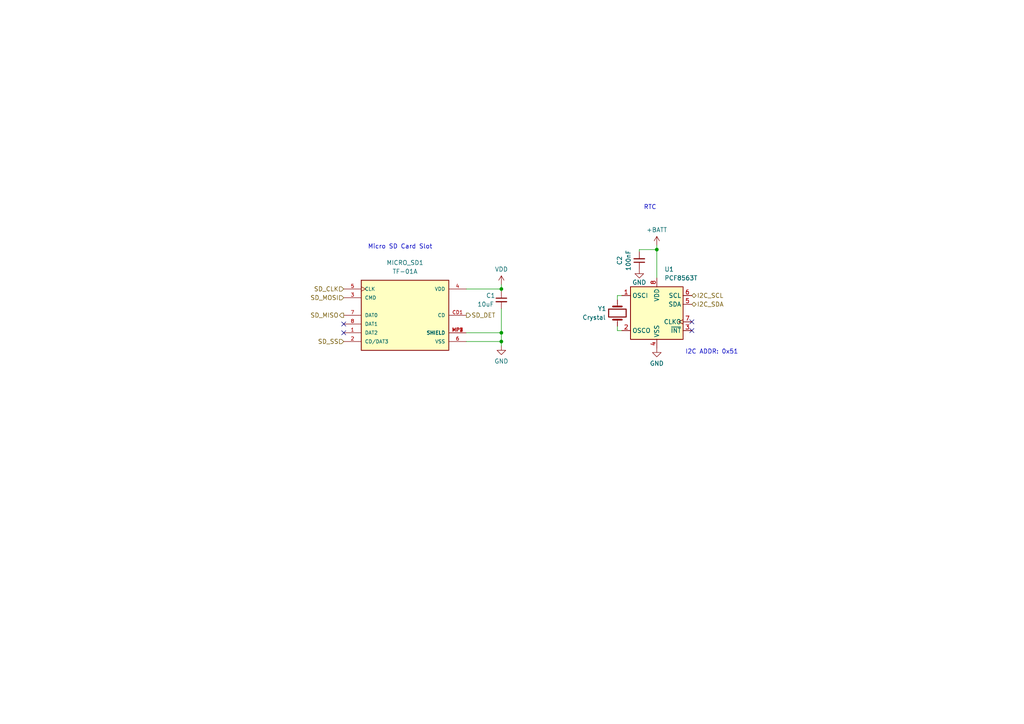
<source format=kicad_sch>
(kicad_sch
	(version 20231120)
	(generator "eeschema")
	(generator_version "8.0")
	(uuid "d339b9d8-51a7-460e-bb19-8d8c25d3e2aa")
	(paper "A4")
	(lib_symbols
		(symbol "Device:C_Small"
			(pin_numbers hide)
			(pin_names
				(offset 0.254) hide)
			(exclude_from_sim no)
			(in_bom yes)
			(on_board yes)
			(property "Reference" "C"
				(at 0.254 1.778 0)
				(effects
					(font
						(size 1.27 1.27)
					)
					(justify left)
				)
			)
			(property "Value" "C_Small"
				(at 0.254 -2.032 0)
				(effects
					(font
						(size 1.27 1.27)
					)
					(justify left)
				)
			)
			(property "Footprint" ""
				(at 0 0 0)
				(effects
					(font
						(size 1.27 1.27)
					)
					(hide yes)
				)
			)
			(property "Datasheet" "~"
				(at 0 0 0)
				(effects
					(font
						(size 1.27 1.27)
					)
					(hide yes)
				)
			)
			(property "Description" "Unpolarized capacitor, small symbol"
				(at 0 0 0)
				(effects
					(font
						(size 1.27 1.27)
					)
					(hide yes)
				)
			)
			(property "ki_keywords" "capacitor cap"
				(at 0 0 0)
				(effects
					(font
						(size 1.27 1.27)
					)
					(hide yes)
				)
			)
			(property "ki_fp_filters" "C_*"
				(at 0 0 0)
				(effects
					(font
						(size 1.27 1.27)
					)
					(hide yes)
				)
			)
			(symbol "C_Small_0_1"
				(polyline
					(pts
						(xy -1.524 -0.508) (xy 1.524 -0.508)
					)
					(stroke
						(width 0.3302)
						(type default)
					)
					(fill
						(type none)
					)
				)
				(polyline
					(pts
						(xy -1.524 0.508) (xy 1.524 0.508)
					)
					(stroke
						(width 0.3048)
						(type default)
					)
					(fill
						(type none)
					)
				)
			)
			(symbol "C_Small_1_1"
				(pin passive line
					(at 0 2.54 270)
					(length 2.032)
					(name "~"
						(effects
							(font
								(size 1.27 1.27)
							)
						)
					)
					(number "1"
						(effects
							(font
								(size 1.27 1.27)
							)
						)
					)
				)
				(pin passive line
					(at 0 -2.54 90)
					(length 2.032)
					(name "~"
						(effects
							(font
								(size 1.27 1.27)
							)
						)
					)
					(number "2"
						(effects
							(font
								(size 1.27 1.27)
							)
						)
					)
				)
			)
		)
		(symbol "Device:Crystal"
			(pin_numbers hide)
			(pin_names
				(offset 1.016) hide)
			(exclude_from_sim no)
			(in_bom yes)
			(on_board yes)
			(property "Reference" "Y"
				(at 0 3.81 0)
				(effects
					(font
						(size 1.27 1.27)
					)
				)
			)
			(property "Value" "Crystal"
				(at 0 -3.81 0)
				(effects
					(font
						(size 1.27 1.27)
					)
				)
			)
			(property "Footprint" ""
				(at 0 0 0)
				(effects
					(font
						(size 1.27 1.27)
					)
					(hide yes)
				)
			)
			(property "Datasheet" "~"
				(at 0 0 0)
				(effects
					(font
						(size 1.27 1.27)
					)
					(hide yes)
				)
			)
			(property "Description" "Two pin crystal"
				(at 0 0 0)
				(effects
					(font
						(size 1.27 1.27)
					)
					(hide yes)
				)
			)
			(property "ki_keywords" "quartz ceramic resonator oscillator"
				(at 0 0 0)
				(effects
					(font
						(size 1.27 1.27)
					)
					(hide yes)
				)
			)
			(property "ki_fp_filters" "Crystal*"
				(at 0 0 0)
				(effects
					(font
						(size 1.27 1.27)
					)
					(hide yes)
				)
			)
			(symbol "Crystal_0_1"
				(rectangle
					(start -1.143 2.54)
					(end 1.143 -2.54)
					(stroke
						(width 0.3048)
						(type default)
					)
					(fill
						(type none)
					)
				)
				(polyline
					(pts
						(xy -2.54 0) (xy -1.905 0)
					)
					(stroke
						(width 0)
						(type default)
					)
					(fill
						(type none)
					)
				)
				(polyline
					(pts
						(xy -1.905 -1.27) (xy -1.905 1.27)
					)
					(stroke
						(width 0.508)
						(type default)
					)
					(fill
						(type none)
					)
				)
				(polyline
					(pts
						(xy 1.905 -1.27) (xy 1.905 1.27)
					)
					(stroke
						(width 0.508)
						(type default)
					)
					(fill
						(type none)
					)
				)
				(polyline
					(pts
						(xy 2.54 0) (xy 1.905 0)
					)
					(stroke
						(width 0)
						(type default)
					)
					(fill
						(type none)
					)
				)
			)
			(symbol "Crystal_1_1"
				(pin passive line
					(at -3.81 0 0)
					(length 1.27)
					(name "1"
						(effects
							(font
								(size 1.27 1.27)
							)
						)
					)
					(number "1"
						(effects
							(font
								(size 1.27 1.27)
							)
						)
					)
				)
				(pin passive line
					(at 3.81 0 180)
					(length 1.27)
					(name "2"
						(effects
							(font
								(size 1.27 1.27)
							)
						)
					)
					(number "2"
						(effects
							(font
								(size 1.27 1.27)
							)
						)
					)
				)
			)
		)
		(symbol "Timer_RTC:PCF8563T"
			(exclude_from_sim no)
			(in_bom yes)
			(on_board yes)
			(property "Reference" "U"
				(at -7.62 8.89 0)
				(effects
					(font
						(size 1.27 1.27)
					)
					(justify left)
				)
			)
			(property "Value" "PCF8563T"
				(at 2.54 8.89 0)
				(effects
					(font
						(size 1.27 1.27)
					)
					(justify left)
				)
			)
			(property "Footprint" "Package_SO:SOIC-8_3.9x4.9mm_P1.27mm"
				(at 0 0 0)
				(effects
					(font
						(size 1.27 1.27)
					)
					(hide yes)
				)
			)
			(property "Datasheet" "https://www.nxp.com/docs/en/data-sheet/PCF8563.pdf"
				(at 0 0 0)
				(effects
					(font
						(size 1.27 1.27)
					)
					(hide yes)
				)
			)
			(property "Description" "Realtime Clock/Calendar I2C Interface, SOIC-8"
				(at 0 0 0)
				(effects
					(font
						(size 1.27 1.27)
					)
					(hide yes)
				)
			)
			(property "ki_keywords" "I2C RTC Clock Calendar"
				(at 0 0 0)
				(effects
					(font
						(size 1.27 1.27)
					)
					(hide yes)
				)
			)
			(property "ki_fp_filters" "SOIC*3.9x4.9mm*P1.27mm*"
				(at 0 0 0)
				(effects
					(font
						(size 1.27 1.27)
					)
					(hide yes)
				)
			)
			(symbol "PCF8563T_0_1"
				(rectangle
					(start -7.62 7.62)
					(end 7.62 -7.62)
					(stroke
						(width 0.254)
						(type default)
					)
					(fill
						(type background)
					)
				)
			)
			(symbol "PCF8563T_1_1"
				(pin input line
					(at -10.16 5.08 0)
					(length 2.54)
					(name "OSCI"
						(effects
							(font
								(size 1.27 1.27)
							)
						)
					)
					(number "1"
						(effects
							(font
								(size 1.27 1.27)
							)
						)
					)
				)
				(pin output line
					(at -10.16 -5.08 0)
					(length 2.54)
					(name "OSCO"
						(effects
							(font
								(size 1.27 1.27)
							)
						)
					)
					(number "2"
						(effects
							(font
								(size 1.27 1.27)
							)
						)
					)
				)
				(pin output line
					(at 10.16 -5.08 180)
					(length 2.54)
					(name "~{INT}"
						(effects
							(font
								(size 1.27 1.27)
							)
						)
					)
					(number "3"
						(effects
							(font
								(size 1.27 1.27)
							)
						)
					)
				)
				(pin power_in line
					(at 0 -10.16 90)
					(length 2.54)
					(name "VSS"
						(effects
							(font
								(size 1.27 1.27)
							)
						)
					)
					(number "4"
						(effects
							(font
								(size 1.27 1.27)
							)
						)
					)
				)
				(pin bidirectional line
					(at 10.16 2.54 180)
					(length 2.54)
					(name "SDA"
						(effects
							(font
								(size 1.27 1.27)
							)
						)
					)
					(number "5"
						(effects
							(font
								(size 1.27 1.27)
							)
						)
					)
				)
				(pin input line
					(at 10.16 5.08 180)
					(length 2.54)
					(name "SCL"
						(effects
							(font
								(size 1.27 1.27)
							)
						)
					)
					(number "6"
						(effects
							(font
								(size 1.27 1.27)
							)
						)
					)
				)
				(pin output clock
					(at 10.16 -2.54 180)
					(length 2.54)
					(name "CLKO"
						(effects
							(font
								(size 1.27 1.27)
							)
						)
					)
					(number "7"
						(effects
							(font
								(size 1.27 1.27)
							)
						)
					)
				)
				(pin power_in line
					(at 0 10.16 270)
					(length 2.54)
					(name "VDD"
						(effects
							(font
								(size 1.27 1.27)
							)
						)
					)
					(number "8"
						(effects
							(font
								(size 1.27 1.27)
							)
						)
					)
				)
			)
		)
		(symbol "WOBCLibrary:TF-01A"
			(pin_names
				(offset 1.016)
			)
			(exclude_from_sim no)
			(in_bom yes)
			(on_board yes)
			(property "Reference" "MICRO_SD"
				(at -12.7 10.795 0)
				(effects
					(font
						(size 1.27 1.27)
					)
					(justify left bottom)
				)
			)
			(property "Value" "TF-01A"
				(at -12.7 -12.7 0)
				(effects
					(font
						(size 1.27 1.27)
					)
					(justify left bottom)
				)
			)
			(property "Footprint" "WOBCLibrary:TF-01A"
				(at 0 0 0)
				(effects
					(font
						(size 1.27 1.27)
					)
					(justify bottom)
					(hide yes)
				)
			)
			(property "Datasheet" ""
				(at 0 0 0)
				(effects
					(font
						(size 1.27 1.27)
					)
					(hide yes)
				)
			)
			(property "Description" "\nStandard Card Edge Connectors\n"
				(at 0 0 0)
				(effects
					(font
						(size 1.27 1.27)
					)
					(justify bottom)
					(hide yes)
				)
			)
			(property "MF" "HRO Electronics Co., Ltd."
				(at 0 0 0)
				(effects
					(font
						(size 1.27 1.27)
					)
					(justify bottom)
					(hide yes)
				)
			)
			(property "Package" "Package"
				(at 0 0 0)
				(effects
					(font
						(size 1.27 1.27)
					)
					(justify bottom)
					(hide yes)
				)
			)
			(property "Price" "None"
				(at 0 0 0)
				(effects
					(font
						(size 1.27 1.27)
					)
					(justify bottom)
					(hide yes)
				)
			)
			(property "SnapEDA_Link" "https://www.snapeda.com/parts/TF-01A/HRO+Electronics+Co.%252C+Ltd./view-part/?ref=snap"
				(at 0 0 0)
				(effects
					(font
						(size 1.27 1.27)
					)
					(justify bottom)
					(hide yes)
				)
			)
			(property "MP" "TF-01A"
				(at 0 0 0)
				(effects
					(font
						(size 1.27 1.27)
					)
					(justify bottom)
					(hide yes)
				)
			)
			(property "Availability" "Not in stock"
				(at 0 0 0)
				(effects
					(font
						(size 1.27 1.27)
					)
					(justify bottom)
					(hide yes)
				)
			)
			(property "Check_prices" "https://www.snapeda.com/parts/TF-01A/HRO+Electronics+Co.%252C+Ltd./view-part/?ref=eda"
				(at 0 0 0)
				(effects
					(font
						(size 1.27 1.27)
					)
					(justify bottom)
					(hide yes)
				)
			)
			(symbol "TF-01A_0_0"
				(rectangle
					(start -12.7 -10.16)
					(end 12.7 10.16)
					(stroke
						(width 0.254)
						(type default)
					)
					(fill
						(type background)
					)
				)
				(pin bidirectional line
					(at -17.78 -5.08 0)
					(length 5.08)
					(name "DAT2"
						(effects
							(font
								(size 1.016 1.016)
							)
						)
					)
					(number "1"
						(effects
							(font
								(size 1.016 1.016)
							)
						)
					)
				)
				(pin bidirectional line
					(at -17.78 -7.62 0)
					(length 5.08)
					(name "CD/DAT3"
						(effects
							(font
								(size 1.016 1.016)
							)
						)
					)
					(number "2"
						(effects
							(font
								(size 1.016 1.016)
							)
						)
					)
				)
				(pin bidirectional line
					(at -17.78 5.08 0)
					(length 5.08)
					(name "CMD"
						(effects
							(font
								(size 1.016 1.016)
							)
						)
					)
					(number "3"
						(effects
							(font
								(size 1.016 1.016)
							)
						)
					)
				)
				(pin power_in line
					(at 17.78 7.62 180)
					(length 5.08)
					(name "VDD"
						(effects
							(font
								(size 1.016 1.016)
							)
						)
					)
					(number "4"
						(effects
							(font
								(size 1.016 1.016)
							)
						)
					)
				)
				(pin bidirectional clock
					(at -17.78 7.62 0)
					(length 5.08)
					(name "CLK"
						(effects
							(font
								(size 1.016 1.016)
							)
						)
					)
					(number "5"
						(effects
							(font
								(size 1.016 1.016)
							)
						)
					)
				)
				(pin power_in line
					(at 17.78 -7.62 180)
					(length 5.08)
					(name "VSS"
						(effects
							(font
								(size 1.016 1.016)
							)
						)
					)
					(number "6"
						(effects
							(font
								(size 1.016 1.016)
							)
						)
					)
				)
				(pin bidirectional line
					(at -17.78 0 0)
					(length 5.08)
					(name "DAT0"
						(effects
							(font
								(size 1.016 1.016)
							)
						)
					)
					(number "7"
						(effects
							(font
								(size 1.016 1.016)
							)
						)
					)
				)
				(pin bidirectional line
					(at -17.78 -2.54 0)
					(length 5.08)
					(name "DAT1"
						(effects
							(font
								(size 1.016 1.016)
							)
						)
					)
					(number "8"
						(effects
							(font
								(size 1.016 1.016)
							)
						)
					)
				)
				(pin passive line
					(at 17.78 0 180)
					(length 5.08)
					(name "CD"
						(effects
							(font
								(size 1.016 1.016)
							)
						)
					)
					(number "CD1"
						(effects
							(font
								(size 1.016 1.016)
							)
						)
					)
				)
				(pin power_in line
					(at 17.78 -5.08 180)
					(length 5.08)
					(name "SHIELD"
						(effects
							(font
								(size 1.016 1.016)
							)
						)
					)
					(number "MP1"
						(effects
							(font
								(size 1.016 1.016)
							)
						)
					)
				)
				(pin power_in line
					(at 17.78 -5.08 180)
					(length 5.08)
					(name "SHIELD"
						(effects
							(font
								(size 1.016 1.016)
							)
						)
					)
					(number "MP2"
						(effects
							(font
								(size 1.016 1.016)
							)
						)
					)
				)
				(pin power_in line
					(at 17.78 -5.08 180)
					(length 5.08)
					(name "SHIELD"
						(effects
							(font
								(size 1.016 1.016)
							)
						)
					)
					(number "MP3"
						(effects
							(font
								(size 1.016 1.016)
							)
						)
					)
				)
				(pin power_in line
					(at 17.78 -5.08 180)
					(length 5.08)
					(name "SHIELD"
						(effects
							(font
								(size 1.016 1.016)
							)
						)
					)
					(number "MP4"
						(effects
							(font
								(size 1.016 1.016)
							)
						)
					)
				)
			)
		)
		(symbol "power:+BATT"
			(power)
			(pin_names
				(offset 0)
			)
			(exclude_from_sim no)
			(in_bom yes)
			(on_board yes)
			(property "Reference" "#PWR"
				(at 0 -3.81 0)
				(effects
					(font
						(size 1.27 1.27)
					)
					(hide yes)
				)
			)
			(property "Value" "+BATT"
				(at 0 3.556 0)
				(effects
					(font
						(size 1.27 1.27)
					)
				)
			)
			(property "Footprint" ""
				(at 0 0 0)
				(effects
					(font
						(size 1.27 1.27)
					)
					(hide yes)
				)
			)
			(property "Datasheet" ""
				(at 0 0 0)
				(effects
					(font
						(size 1.27 1.27)
					)
					(hide yes)
				)
			)
			(property "Description" "Power symbol creates a global label with name \"+BATT\""
				(at 0 0 0)
				(effects
					(font
						(size 1.27 1.27)
					)
					(hide yes)
				)
			)
			(property "ki_keywords" "global power battery"
				(at 0 0 0)
				(effects
					(font
						(size 1.27 1.27)
					)
					(hide yes)
				)
			)
			(symbol "+BATT_0_1"
				(polyline
					(pts
						(xy -0.762 1.27) (xy 0 2.54)
					)
					(stroke
						(width 0)
						(type default)
					)
					(fill
						(type none)
					)
				)
				(polyline
					(pts
						(xy 0 0) (xy 0 2.54)
					)
					(stroke
						(width 0)
						(type default)
					)
					(fill
						(type none)
					)
				)
				(polyline
					(pts
						(xy 0 2.54) (xy 0.762 1.27)
					)
					(stroke
						(width 0)
						(type default)
					)
					(fill
						(type none)
					)
				)
			)
			(symbol "+BATT_1_1"
				(pin power_in line
					(at 0 0 90)
					(length 0) hide
					(name "+BATT"
						(effects
							(font
								(size 1.27 1.27)
							)
						)
					)
					(number "1"
						(effects
							(font
								(size 1.27 1.27)
							)
						)
					)
				)
			)
		)
		(symbol "power:GND"
			(power)
			(pin_names
				(offset 0)
			)
			(exclude_from_sim no)
			(in_bom yes)
			(on_board yes)
			(property "Reference" "#PWR"
				(at 0 -6.35 0)
				(effects
					(font
						(size 1.27 1.27)
					)
					(hide yes)
				)
			)
			(property "Value" "GND"
				(at 0 -3.81 0)
				(effects
					(font
						(size 1.27 1.27)
					)
				)
			)
			(property "Footprint" ""
				(at 0 0 0)
				(effects
					(font
						(size 1.27 1.27)
					)
					(hide yes)
				)
			)
			(property "Datasheet" ""
				(at 0 0 0)
				(effects
					(font
						(size 1.27 1.27)
					)
					(hide yes)
				)
			)
			(property "Description" "Power symbol creates a global label with name \"GND\" , ground"
				(at 0 0 0)
				(effects
					(font
						(size 1.27 1.27)
					)
					(hide yes)
				)
			)
			(property "ki_keywords" "global power"
				(at 0 0 0)
				(effects
					(font
						(size 1.27 1.27)
					)
					(hide yes)
				)
			)
			(symbol "GND_0_1"
				(polyline
					(pts
						(xy 0 0) (xy 0 -1.27) (xy 1.27 -1.27) (xy 0 -2.54) (xy -1.27 -1.27) (xy 0 -1.27)
					)
					(stroke
						(width 0)
						(type default)
					)
					(fill
						(type none)
					)
				)
			)
			(symbol "GND_1_1"
				(pin power_in line
					(at 0 0 270)
					(length 0) hide
					(name "GND"
						(effects
							(font
								(size 1.27 1.27)
							)
						)
					)
					(number "1"
						(effects
							(font
								(size 1.27 1.27)
							)
						)
					)
				)
			)
		)
		(symbol "power:VDD"
			(power)
			(pin_names
				(offset 0)
			)
			(exclude_from_sim no)
			(in_bom yes)
			(on_board yes)
			(property "Reference" "#PWR"
				(at 0 -3.81 0)
				(effects
					(font
						(size 1.27 1.27)
					)
					(hide yes)
				)
			)
			(property "Value" "VDD"
				(at 0 3.81 0)
				(effects
					(font
						(size 1.27 1.27)
					)
				)
			)
			(property "Footprint" ""
				(at 0 0 0)
				(effects
					(font
						(size 1.27 1.27)
					)
					(hide yes)
				)
			)
			(property "Datasheet" ""
				(at 0 0 0)
				(effects
					(font
						(size 1.27 1.27)
					)
					(hide yes)
				)
			)
			(property "Description" "Power symbol creates a global label with name \"VDD\""
				(at 0 0 0)
				(effects
					(font
						(size 1.27 1.27)
					)
					(hide yes)
				)
			)
			(property "ki_keywords" "global power"
				(at 0 0 0)
				(effects
					(font
						(size 1.27 1.27)
					)
					(hide yes)
				)
			)
			(symbol "VDD_0_1"
				(polyline
					(pts
						(xy -0.762 1.27) (xy 0 2.54)
					)
					(stroke
						(width 0)
						(type default)
					)
					(fill
						(type none)
					)
				)
				(polyline
					(pts
						(xy 0 0) (xy 0 2.54)
					)
					(stroke
						(width 0)
						(type default)
					)
					(fill
						(type none)
					)
				)
				(polyline
					(pts
						(xy 0 2.54) (xy 0.762 1.27)
					)
					(stroke
						(width 0)
						(type default)
					)
					(fill
						(type none)
					)
				)
			)
			(symbol "VDD_1_1"
				(pin power_in line
					(at 0 0 90)
					(length 0) hide
					(name "VDD"
						(effects
							(font
								(size 1.27 1.27)
							)
						)
					)
					(number "1"
						(effects
							(font
								(size 1.27 1.27)
							)
						)
					)
				)
			)
		)
	)
	(junction
		(at 190.5 72.39)
		(diameter 0)
		(color 0 0 0 0)
		(uuid "3b475a1a-ca94-4d16-819e-4d128e5c135c")
	)
	(junction
		(at 145.415 96.52)
		(diameter 0)
		(color 0 0 0 0)
		(uuid "8c31e987-c5cf-483a-940d-28cb39067f52")
	)
	(junction
		(at 145.415 99.06)
		(diameter 0)
		(color 0 0 0 0)
		(uuid "a2482900-a0e1-4bd2-bdef-80839f06a587")
	)
	(junction
		(at 145.415 83.82)
		(diameter 0)
		(color 0 0 0 0)
		(uuid "a38409bb-b0e6-48b3-971a-1016aa5d8bfc")
	)
	(no_connect
		(at 99.695 93.98)
		(uuid "2ded9b6f-dcf8-4043-9322-04dd055b8b69")
	)
	(no_connect
		(at 99.695 96.52)
		(uuid "43d5e9f5-1596-49d1-a9f2-49061b6b771c")
	)
	(no_connect
		(at 200.66 95.885)
		(uuid "e1eb202a-e9c1-4783-88d7-7eeccd8bc036")
	)
	(no_connect
		(at 200.66 93.345)
		(uuid "eb1cac15-6aca-487b-8559-d07fe7e391bd")
	)
	(wire
		(pts
			(xy 190.5 71.12) (xy 190.5 72.39)
		)
		(stroke
			(width 0)
			(type default)
		)
		(uuid "12bf93d2-bd88-4fd4-840c-e1b70306c96d")
	)
	(wire
		(pts
			(xy 135.255 83.82) (xy 145.415 83.82)
		)
		(stroke
			(width 0)
			(type default)
		)
		(uuid "3f646044-708b-4c35-9d8a-71e4f56b5662")
	)
	(wire
		(pts
			(xy 145.415 89.535) (xy 145.415 96.52)
		)
		(stroke
			(width 0)
			(type default)
		)
		(uuid "56ea9976-10ea-421d-b88d-67c98d771abb")
	)
	(wire
		(pts
			(xy 185.42 73.025) (xy 185.42 72.39)
		)
		(stroke
			(width 0)
			(type default)
		)
		(uuid "714cd20a-8944-499a-975b-a31009af8c05")
	)
	(wire
		(pts
			(xy 190.5 72.39) (xy 190.5 80.645)
		)
		(stroke
			(width 0)
			(type default)
		)
		(uuid "80bafb65-25a3-48ae-9567-414f3b906fbe")
	)
	(wire
		(pts
			(xy 145.415 82.55) (xy 145.415 83.82)
		)
		(stroke
			(width 0)
			(type default)
		)
		(uuid "88fd2990-d69b-4067-a3aa-b0819d73d912")
	)
	(wire
		(pts
			(xy 145.415 99.06) (xy 145.415 100.33)
		)
		(stroke
			(width 0)
			(type default)
		)
		(uuid "8ec4d013-c72e-4077-a86d-3ab25aeaf476")
	)
	(wire
		(pts
			(xy 179.07 86.995) (xy 179.07 85.725)
		)
		(stroke
			(width 0)
			(type default)
		)
		(uuid "9d9af862-037b-45ad-9346-b03eca79b170")
	)
	(wire
		(pts
			(xy 135.255 96.52) (xy 145.415 96.52)
		)
		(stroke
			(width 0)
			(type default)
		)
		(uuid "ac7b3289-bedb-4083-9c53-544296ac347f")
	)
	(wire
		(pts
			(xy 135.255 99.06) (xy 145.415 99.06)
		)
		(stroke
			(width 0)
			(type default)
		)
		(uuid "ad1b3316-4e39-4c03-a459-59d41a8c5d16")
	)
	(wire
		(pts
			(xy 185.42 72.39) (xy 190.5 72.39)
		)
		(stroke
			(width 0)
			(type default)
		)
		(uuid "b25c5976-1db8-4c90-8d7f-0e39c2baef1d")
	)
	(wire
		(pts
			(xy 145.415 96.52) (xy 145.415 99.06)
		)
		(stroke
			(width 0)
			(type default)
		)
		(uuid "bdaa656a-8775-495c-bffd-713bde9576eb")
	)
	(wire
		(pts
			(xy 179.07 85.725) (xy 180.34 85.725)
		)
		(stroke
			(width 0)
			(type default)
		)
		(uuid "d6ca4650-7257-4426-a064-5477efc33442")
	)
	(wire
		(pts
			(xy 179.07 94.615) (xy 179.07 95.885)
		)
		(stroke
			(width 0)
			(type default)
		)
		(uuid "da62f090-4d79-40d8-920b-9121132fcb15")
	)
	(wire
		(pts
			(xy 145.415 83.82) (xy 145.415 84.455)
		)
		(stroke
			(width 0)
			(type default)
		)
		(uuid "dcdcf5f7-cf58-4eee-8286-54f0af596e88")
	)
	(wire
		(pts
			(xy 179.07 95.885) (xy 180.34 95.885)
		)
		(stroke
			(width 0)
			(type default)
		)
		(uuid "e57f5a2b-387a-4d37-b549-f68172c7a6a4")
	)
	(text "Micro SD Card Slot"
		(exclude_from_sim no)
		(at 106.68 72.39 0)
		(effects
			(font
				(size 1.27 1.27)
			)
			(justify left bottom)
		)
		(uuid "37742fb2-78d3-4963-9f5d-4630c7042cab")
	)
	(text "RTC"
		(exclude_from_sim no)
		(at 186.69 60.96 0)
		(effects
			(font
				(size 1.27 1.27)
			)
			(justify left bottom)
		)
		(uuid "480645a6-345b-4906-b690-30f284e2d1f5")
	)
	(text "I2C ADDR: 0x51"
		(exclude_from_sim no)
		(at 198.755 102.87 0)
		(effects
			(font
				(size 1.27 1.27)
			)
			(justify left bottom)
		)
		(uuid "864b9151-9311-4f72-b338-23ad8dbc79bf")
	)
	(hierarchical_label "I2C_SCL"
		(shape bidirectional)
		(at 200.66 85.725 0)
		(fields_autoplaced yes)
		(effects
			(font
				(size 1.27 1.27)
			)
			(justify left)
		)
		(uuid "23020961-ad87-4e5a-b043-0803dfedeedb")
	)
	(hierarchical_label "SD_MOSI"
		(shape input)
		(at 99.695 86.36 180)
		(fields_autoplaced yes)
		(effects
			(font
				(size 1.27 1.27)
			)
			(justify right)
		)
		(uuid "53dd961b-a8b2-4030-86b1-596c9318362f")
	)
	(hierarchical_label "SD_MISO"
		(shape output)
		(at 99.695 91.44 180)
		(fields_autoplaced yes)
		(effects
			(font
				(size 1.27 1.27)
			)
			(justify right)
		)
		(uuid "65e3465f-9f1e-4ab0-b824-edee1bf8b051")
	)
	(hierarchical_label "SD_DET"
		(shape output)
		(at 135.255 91.44 0)
		(fields_autoplaced yes)
		(effects
			(font
				(size 1.27 1.27)
			)
			(justify left)
		)
		(uuid "81ab3bc4-b48a-48dc-9ee7-dc3e4e50c8be")
	)
	(hierarchical_label "I2C_SDA"
		(shape bidirectional)
		(at 200.66 88.265 0)
		(fields_autoplaced yes)
		(effects
			(font
				(size 1.27 1.27)
			)
			(justify left)
		)
		(uuid "b1d59416-1781-472d-82d4-fb9cf3ccf8f8")
	)
	(hierarchical_label "SD_SS"
		(shape input)
		(at 99.695 99.06 180)
		(fields_autoplaced yes)
		(effects
			(font
				(size 1.27 1.27)
			)
			(justify right)
		)
		(uuid "b5ab4b21-a389-474f-8239-3c227a13392b")
	)
	(hierarchical_label "SD_CLK"
		(shape input)
		(at 99.695 83.82 180)
		(fields_autoplaced yes)
		(effects
			(font
				(size 1.27 1.27)
			)
			(justify right)
		)
		(uuid "fa5db796-7d59-44fd-8563-6e3090351d16")
	)
	(symbol
		(lib_id "Device:C_Small")
		(at 145.415 86.995 0)
		(unit 1)
		(exclude_from_sim no)
		(in_bom yes)
		(on_board yes)
		(dnp no)
		(uuid "061e4163-88c9-43ac-915a-a1148ee67af8")
		(property "Reference" "C105"
			(at 140.97 85.725 0)
			(effects
				(font
					(size 1.27 1.27)
				)
				(justify left)
			)
		)
		(property "Value" "10uF"
			(at 138.43 88.265 0)
			(effects
				(font
					(size 1.27 1.27)
				)
				(justify left)
			)
		)
		(property "Footprint" "Capacitor_SMD:C_0402_1005Metric"
			(at 145.415 86.995 0)
			(effects
				(font
					(size 1.27 1.27)
				)
				(hide yes)
			)
		)
		(property "Datasheet" "~"
			(at 145.415 86.995 0)
			(effects
				(font
					(size 1.27 1.27)
				)
				(hide yes)
			)
		)
		(property "Description" ""
			(at 145.415 86.995 0)
			(effects
				(font
					(size 1.27 1.27)
				)
				(hide yes)
			)
		)
		(property "LCSC" "C96446"
			(at 145.415 86.995 0)
			(effects
				(font
					(size 1.27 1.27)
				)
				(hide yes)
			)
		)
		(pin "1"
			(uuid "0ef8ddcb-3d2f-4427-8123-e8e417c09a47")
		)
		(pin "2"
			(uuid "d60aaea7-106b-4f7a-bf02-eb5e8fbbe510")
		)
		(instances
			(project "Tracker"
				(path "/485a01ee-6a57-485f-8e4c-0ef4d16d0717/a23375f4-2e82-4db5-822a-fa2e41534a72"
					(reference "C105")
					(unit 1)
				)
			)
			(project "GS"
				(path "/920f9ee9-d8de-4f24-ad72-1c45434a67fe/2d743060-a673-4d6d-9ddd-6eb57cd18c29"
					(reference "C161")
					(unit 1)
				)
			)
			(project "Logger"
				(path "/d339b9d8-51a7-460e-bb19-8d8c25d3e2aa"
					(reference "C1")
					(unit 1)
				)
			)
		)
	)
	(symbol
		(lib_id "WOBCLibrary:TF-01A")
		(at 117.475 91.44 0)
		(unit 1)
		(exclude_from_sim no)
		(in_bom yes)
		(on_board yes)
		(dnp no)
		(fields_autoplaced yes)
		(uuid "16e16059-d81c-4be3-9a06-e21042430304")
		(property "Reference" "MICRO_SD101"
			(at 117.475 76.2 0)
			(effects
				(font
					(size 1.27 1.27)
				)
			)
		)
		(property "Value" "TF-01A"
			(at 117.475 78.74 0)
			(effects
				(font
					(size 1.27 1.27)
				)
			)
		)
		(property "Footprint" "WOBClibrary:TF-01A"
			(at 117.475 91.44 0)
			(effects
				(font
					(size 1.27 1.27)
				)
				(justify bottom)
				(hide yes)
			)
		)
		(property "Datasheet" ""
			(at 117.475 91.44 0)
			(effects
				(font
					(size 1.27 1.27)
				)
				(hide yes)
			)
		)
		(property "Description" "\nStandard Card Edge Connectors\n"
			(at 117.475 91.44 0)
			(effects
				(font
					(size 1.27 1.27)
				)
				(justify bottom)
				(hide yes)
			)
		)
		(property "MF" "HRO Electronics Co., Ltd."
			(at 117.475 91.44 0)
			(effects
				(font
					(size 1.27 1.27)
				)
				(justify bottom)
				(hide yes)
			)
		)
		(property "Package" "Package"
			(at 117.475 91.44 0)
			(effects
				(font
					(size 1.27 1.27)
				)
				(justify bottom)
				(hide yes)
			)
		)
		(property "Price" "None"
			(at 117.475 91.44 0)
			(effects
				(font
					(size 1.27 1.27)
				)
				(justify bottom)
				(hide yes)
			)
		)
		(property "SnapEDA_Link" "https://www.snapeda.com/parts/TF-01A/HRO+Electronics+Co.%252C+Ltd./view-part/?ref=snap"
			(at 117.475 91.44 0)
			(effects
				(font
					(size 1.27 1.27)
				)
				(justify bottom)
				(hide yes)
			)
		)
		(property "MP" "TF-01A"
			(at 117.475 91.44 0)
			(effects
				(font
					(size 1.27 1.27)
				)
				(justify bottom)
				(hide yes)
			)
		)
		(property "Availability" "Not in stock"
			(at 117.475 91.44 0)
			(effects
				(font
					(size 1.27 1.27)
				)
				(justify bottom)
				(hide yes)
			)
		)
		(property "Check_prices" "https://www.snapeda.com/parts/TF-01A/HRO+Electronics+Co.%252C+Ltd./view-part/?ref=eda"
			(at 117.475 91.44 0)
			(effects
				(font
					(size 1.27 1.27)
				)
				(justify bottom)
				(hide yes)
			)
		)
		(property "LCSC" "C5155563"
			(at 117.475 91.44 0)
			(effects
				(font
					(size 1.27 1.27)
				)
				(hide yes)
			)
		)
		(pin "1"
			(uuid "0b2d8f4b-63a3-41e6-8d47-fc5f6d170e6a")
		)
		(pin "2"
			(uuid "983060e3-d1dd-4c38-9ab8-48fe69d3b555")
		)
		(pin "3"
			(uuid "e0c4e9d5-41ad-42ec-856c-9b0e07b74012")
		)
		(pin "4"
			(uuid "ea52297e-2818-4b4d-8acd-151f266e75ab")
		)
		(pin "5"
			(uuid "03588116-114b-40eb-81f9-e122dc6a9657")
		)
		(pin "6"
			(uuid "31e071c9-48a7-484b-a908-a67c8a9705a2")
		)
		(pin "7"
			(uuid "33a74f30-d1c6-4232-a647-62dad3adbea8")
		)
		(pin "8"
			(uuid "728f8e15-a921-4263-b388-c4bbb5991cfe")
		)
		(pin "CD1"
			(uuid "5b59715e-a14b-4190-a991-755c6df57bc7")
		)
		(pin "MP1"
			(uuid "3d2e3680-a7c1-4e82-903b-8e9834f4f78d")
		)
		(pin "MP2"
			(uuid "92c5f0de-35e3-4ef6-ac3b-b9ea944209c2")
		)
		(pin "MP3"
			(uuid "f97e39ae-0243-41a6-ba91-a38f6d127f36")
		)
		(pin "MP4"
			(uuid "d342e0ba-c43c-4f82-8672-a9b6876445dc")
		)
		(instances
			(project "Tracker"
				(path "/485a01ee-6a57-485f-8e4c-0ef4d16d0717/a23375f4-2e82-4db5-822a-fa2e41534a72"
					(reference "MICRO_SD101")
					(unit 1)
				)
			)
			(project "GS"
				(path "/920f9ee9-d8de-4f24-ad72-1c45434a67fe/2d743060-a673-4d6d-9ddd-6eb57cd18c29"
					(reference "MICRO_SD101")
					(unit 1)
				)
			)
			(project "Logger"
				(path "/d339b9d8-51a7-460e-bb19-8d8c25d3e2aa"
					(reference "MICRO_SD1")
					(unit 1)
				)
			)
		)
	)
	(symbol
		(lib_id "power:GND")
		(at 185.42 78.105 0)
		(unit 1)
		(exclude_from_sim no)
		(in_bom yes)
		(on_board yes)
		(dnp no)
		(uuid "232da5b7-13dc-44c3-b246-f89fcc82eadb")
		(property "Reference" "#PWR0104"
			(at 185.42 84.455 0)
			(effects
				(font
					(size 1.27 1.27)
				)
				(hide yes)
			)
		)
		(property "Value" "GND"
			(at 185.42 81.915 0)
			(effects
				(font
					(size 1.27 1.27)
				)
			)
		)
		(property "Footprint" ""
			(at 185.42 78.105 0)
			(effects
				(font
					(size 1.27 1.27)
				)
				(hide yes)
			)
		)
		(property "Datasheet" ""
			(at 185.42 78.105 0)
			(effects
				(font
					(size 1.27 1.27)
				)
				(hide yes)
			)
		)
		(property "Description" ""
			(at 185.42 78.105 0)
			(effects
				(font
					(size 1.27 1.27)
				)
				(hide yes)
			)
		)
		(pin "1"
			(uuid "41e89866-3f46-40c6-8fb0-89873da83d16")
		)
		(instances
			(project "Tracker"
				(path "/485a01ee-6a57-485f-8e4c-0ef4d16d0717/a23375f4-2e82-4db5-822a-fa2e41534a72"
					(reference "#PWR0104")
					(unit 1)
				)
			)
			(project "GS"
				(path "/920f9ee9-d8de-4f24-ad72-1c45434a67fe/2d743060-a673-4d6d-9ddd-6eb57cd18c29"
					(reference "#PWR0215")
					(unit 1)
				)
			)
			(project "Logger"
				(path "/d339b9d8-51a7-460e-bb19-8d8c25d3e2aa"
					(reference "#PWR04")
					(unit 1)
				)
			)
		)
	)
	(symbol
		(lib_id "power:GND")
		(at 190.5 100.965 0)
		(unit 1)
		(exclude_from_sim no)
		(in_bom yes)
		(on_board yes)
		(dnp no)
		(fields_autoplaced yes)
		(uuid "584bd797-b4bc-478e-93f5-dbac1fefb423")
		(property "Reference" "#PWR0106"
			(at 190.5 107.315 0)
			(effects
				(font
					(size 1.27 1.27)
				)
				(hide yes)
			)
		)
		(property "Value" "GND"
			(at 190.5 105.41 0)
			(effects
				(font
					(size 1.27 1.27)
				)
			)
		)
		(property "Footprint" ""
			(at 190.5 100.965 0)
			(effects
				(font
					(size 1.27 1.27)
				)
				(hide yes)
			)
		)
		(property "Datasheet" ""
			(at 190.5 100.965 0)
			(effects
				(font
					(size 1.27 1.27)
				)
				(hide yes)
			)
		)
		(property "Description" ""
			(at 190.5 100.965 0)
			(effects
				(font
					(size 1.27 1.27)
				)
				(hide yes)
			)
		)
		(pin "1"
			(uuid "b81b5e6c-049e-4579-bd82-4870569c17ad")
		)
		(instances
			(project "Tracker"
				(path "/485a01ee-6a57-485f-8e4c-0ef4d16d0717/a23375f4-2e82-4db5-822a-fa2e41534a72"
					(reference "#PWR0106")
					(unit 1)
				)
			)
			(project "GS"
				(path "/920f9ee9-d8de-4f24-ad72-1c45434a67fe/2d743060-a673-4d6d-9ddd-6eb57cd18c29"
					(reference "#PWR0217")
					(unit 1)
				)
			)
			(project "Logger"
				(path "/d339b9d8-51a7-460e-bb19-8d8c25d3e2aa"
					(reference "#PWR06")
					(unit 1)
				)
			)
		)
	)
	(symbol
		(lib_id "power:VDD")
		(at 145.415 82.55 0)
		(unit 1)
		(exclude_from_sim no)
		(in_bom yes)
		(on_board yes)
		(dnp no)
		(fields_autoplaced yes)
		(uuid "59dd57ee-b476-4311-b257-0f0b30b492e9")
		(property "Reference" "#PWR0102"
			(at 145.415 86.36 0)
			(effects
				(font
					(size 1.27 1.27)
				)
				(hide yes)
			)
		)
		(property "Value" "VDD"
			(at 145.415 78.105 0)
			(effects
				(font
					(size 1.27 1.27)
				)
			)
		)
		(property "Footprint" ""
			(at 145.415 82.55 0)
			(effects
				(font
					(size 1.27 1.27)
				)
				(hide yes)
			)
		)
		(property "Datasheet" ""
			(at 145.415 82.55 0)
			(effects
				(font
					(size 1.27 1.27)
				)
				(hide yes)
			)
		)
		(property "Description" ""
			(at 145.415 82.55 0)
			(effects
				(font
					(size 1.27 1.27)
				)
				(hide yes)
			)
		)
		(pin "1"
			(uuid "12a3a72d-9add-455a-ac7b-d0ef822d7aec")
		)
		(instances
			(project "Tracker"
				(path "/485a01ee-6a57-485f-8e4c-0ef4d16d0717/a23375f4-2e82-4db5-822a-fa2e41534a72"
					(reference "#PWR0102")
					(unit 1)
				)
			)
			(project "GS"
				(path "/920f9ee9-d8de-4f24-ad72-1c45434a67fe/2d743060-a673-4d6d-9ddd-6eb57cd18c29"
					(reference "#PWR0213")
					(unit 1)
				)
			)
			(project "Logger"
				(path "/d339b9d8-51a7-460e-bb19-8d8c25d3e2aa"
					(reference "#PWR01")
					(unit 1)
				)
			)
		)
	)
	(symbol
		(lib_id "Timer_RTC:PCF8563T")
		(at 190.5 90.805 0)
		(unit 1)
		(exclude_from_sim no)
		(in_bom yes)
		(on_board yes)
		(dnp no)
		(fields_autoplaced yes)
		(uuid "7ab32ddf-9e54-440a-a97e-d60d4db0b29a")
		(property "Reference" "U102"
			(at 192.6941 78.105 0)
			(effects
				(font
					(size 1.27 1.27)
				)
				(justify left)
			)
		)
		(property "Value" "PCF8563T"
			(at 192.6941 80.645 0)
			(effects
				(font
					(size 1.27 1.27)
				)
				(justify left)
			)
		)
		(property "Footprint" "Package_SO:SOIC-8_3.9x4.9mm_P1.27mm"
			(at 190.5 90.805 0)
			(effects
				(font
					(size 1.27 1.27)
				)
				(hide yes)
			)
		)
		(property "Datasheet" "https://www.nxp.com/docs/en/data-sheet/PCF8563.pdf"
			(at 190.5 90.805 0)
			(effects
				(font
					(size 1.27 1.27)
				)
				(hide yes)
			)
		)
		(property "Description" ""
			(at 190.5 90.805 0)
			(effects
				(font
					(size 1.27 1.27)
				)
				(hide yes)
			)
		)
		(property "LCSC" "C5795601"
			(at 190.5 90.805 0)
			(effects
				(font
					(size 1.27 1.27)
				)
				(hide yes)
			)
		)
		(pin "1"
			(uuid "3fd5a491-32d9-41be-a30c-c27c0ce56079")
		)
		(pin "2"
			(uuid "e27e31ac-0b03-4d41-9d67-78ccdb110a95")
		)
		(pin "3"
			(uuid "87686efd-b204-444b-8ae6-7d336f8b08d1")
		)
		(pin "4"
			(uuid "04bc7afe-64e3-4f58-8a0e-1ae7f58fc533")
		)
		(pin "5"
			(uuid "34cf0ce0-35cd-417f-951d-11b2e2a6cd6f")
		)
		(pin "6"
			(uuid "bf25a9f4-3257-4d6e-ad31-b3ab4cb8bc05")
		)
		(pin "7"
			(uuid "0268c6db-3b14-4f58-9d30-1266676e2687")
		)
		(pin "8"
			(uuid "8eea2ecb-45a4-47eb-8107-d02e43cde581")
		)
		(instances
			(project "Tracker"
				(path "/485a01ee-6a57-485f-8e4c-0ef4d16d0717/a23375f4-2e82-4db5-822a-fa2e41534a72"
					(reference "U102")
					(unit 1)
				)
			)
			(project "GS"
				(path "/920f9ee9-d8de-4f24-ad72-1c45434a67fe/2d743060-a673-4d6d-9ddd-6eb57cd18c29"
					(reference "U115")
					(unit 1)
				)
			)
			(project "Logger"
				(path "/d339b9d8-51a7-460e-bb19-8d8c25d3e2aa"
					(reference "U1")
					(unit 1)
				)
			)
		)
	)
	(symbol
		(lib_id "power:GND")
		(at 145.415 100.33 0)
		(unit 1)
		(exclude_from_sim no)
		(in_bom yes)
		(on_board yes)
		(dnp no)
		(fields_autoplaced yes)
		(uuid "9235200b-3fa0-4987-9c4f-ea64eac561ca")
		(property "Reference" "#PWR0103"
			(at 145.415 106.68 0)
			(effects
				(font
					(size 1.27 1.27)
				)
				(hide yes)
			)
		)
		(property "Value" "GND"
			(at 145.415 104.775 0)
			(effects
				(font
					(size 1.27 1.27)
				)
			)
		)
		(property "Footprint" ""
			(at 145.415 100.33 0)
			(effects
				(font
					(size 1.27 1.27)
				)
				(hide yes)
			)
		)
		(property "Datasheet" ""
			(at 145.415 100.33 0)
			(effects
				(font
					(size 1.27 1.27)
				)
				(hide yes)
			)
		)
		(property "Description" ""
			(at 145.415 100.33 0)
			(effects
				(font
					(size 1.27 1.27)
				)
				(hide yes)
			)
		)
		(pin "1"
			(uuid "b35ceb80-88ad-41fe-a92d-805c3d17beb4")
		)
		(instances
			(project "Tracker"
				(path "/485a01ee-6a57-485f-8e4c-0ef4d16d0717/a23375f4-2e82-4db5-822a-fa2e41534a72"
					(reference "#PWR0103")
					(unit 1)
				)
			)
			(project "GS"
				(path "/920f9ee9-d8de-4f24-ad72-1c45434a67fe/2d743060-a673-4d6d-9ddd-6eb57cd18c29"
					(reference "#PWR0214")
					(unit 1)
				)
			)
			(project "Logger"
				(path "/d339b9d8-51a7-460e-bb19-8d8c25d3e2aa"
					(reference "#PWR03")
					(unit 1)
				)
			)
		)
	)
	(symbol
		(lib_id "Device:C_Small")
		(at 185.42 75.565 180)
		(unit 1)
		(exclude_from_sim no)
		(in_bom yes)
		(on_board yes)
		(dnp no)
		(uuid "b2637021-a39a-4cd4-92f3-c8fedcb5920a")
		(property "Reference" "C106"
			(at 179.705 75.565 90)
			(effects
				(font
					(size 1.27 1.27)
				)
			)
		)
		(property "Value" "100nF"
			(at 182.245 75.565 90)
			(effects
				(font
					(size 1.27 1.27)
				)
			)
		)
		(property "Footprint" "Capacitor_SMD:C_0402_1005Metric"
			(at 185.42 75.565 0)
			(effects
				(font
					(size 1.27 1.27)
				)
				(hide yes)
			)
		)
		(property "Datasheet" "~"
			(at 185.42 75.565 0)
			(effects
				(font
					(size 1.27 1.27)
				)
				(hide yes)
			)
		)
		(property "Description" ""
			(at 185.42 75.565 0)
			(effects
				(font
					(size 1.27 1.27)
				)
				(hide yes)
			)
		)
		(property "LCSC" "C1525"
			(at 185.42 75.565 0)
			(effects
				(font
					(size 1.27 1.27)
				)
				(hide yes)
			)
		)
		(pin "1"
			(uuid "14646138-f625-420e-aaca-a96759729f15")
		)
		(pin "2"
			(uuid "31a85a34-3c16-4019-8954-de16ba7c8460")
		)
		(instances
			(project "Tracker"
				(path "/485a01ee-6a57-485f-8e4c-0ef4d16d0717/a23375f4-2e82-4db5-822a-fa2e41534a72"
					(reference "C106")
					(unit 1)
				)
			)
			(project "GS"
				(path "/920f9ee9-d8de-4f24-ad72-1c45434a67fe/2d743060-a673-4d6d-9ddd-6eb57cd18c29"
					(reference "C162")
					(unit 1)
				)
			)
			(project "Logger"
				(path "/d339b9d8-51a7-460e-bb19-8d8c25d3e2aa"
					(reference "C2")
					(unit 1)
				)
			)
		)
	)
	(symbol
		(lib_id "power:+BATT")
		(at 190.5 71.12 0)
		(unit 1)
		(exclude_from_sim no)
		(in_bom yes)
		(on_board yes)
		(dnp no)
		(fields_autoplaced yes)
		(uuid "b6f3d322-58a2-4a45-b596-c72bce1f262b")
		(property "Reference" "#PWR0105"
			(at 190.5 74.93 0)
			(effects
				(font
					(size 1.27 1.27)
				)
				(hide yes)
			)
		)
		(property "Value" "+BATT"
			(at 190.5 66.675 0)
			(effects
				(font
					(size 1.27 1.27)
				)
			)
		)
		(property "Footprint" ""
			(at 190.5 71.12 0)
			(effects
				(font
					(size 1.27 1.27)
				)
				(hide yes)
			)
		)
		(property "Datasheet" ""
			(at 190.5 71.12 0)
			(effects
				(font
					(size 1.27 1.27)
				)
				(hide yes)
			)
		)
		(property "Description" ""
			(at 190.5 71.12 0)
			(effects
				(font
					(size 1.27 1.27)
				)
				(hide yes)
			)
		)
		(pin "1"
			(uuid "fb97d48a-bd17-4ff8-88e0-9a73d42a8c33")
		)
		(instances
			(project "Tracker"
				(path "/485a01ee-6a57-485f-8e4c-0ef4d16d0717/a23375f4-2e82-4db5-822a-fa2e41534a72"
					(reference "#PWR0105")
					(unit 1)
				)
			)
			(project "GS"
				(path "/920f9ee9-d8de-4f24-ad72-1c45434a67fe/2d743060-a673-4d6d-9ddd-6eb57cd18c29"
					(reference "#PWR0216")
					(unit 1)
				)
			)
			(project "Logger"
				(path "/d339b9d8-51a7-460e-bb19-8d8c25d3e2aa"
					(reference "#PWR05")
					(unit 1)
				)
			)
		)
	)
	(symbol
		(lib_id "Device:Crystal")
		(at 179.07 90.805 270)
		(unit 1)
		(exclude_from_sim no)
		(in_bom yes)
		(on_board yes)
		(dnp no)
		(uuid "e572d5d4-6615-4e6b-95eb-fd7bfe492103")
		(property "Reference" "Y101"
			(at 173.355 89.535 90)
			(effects
				(font
					(size 1.27 1.27)
				)
				(justify left)
			)
		)
		(property "Value" "Crystal"
			(at 168.91 92.075 90)
			(effects
				(font
					(size 1.27 1.27)
				)
				(justify left)
			)
		)
		(property "Footprint" "Crystal:Crystal_SMD_3215-2Pin_3.2x1.5mm"
			(at 179.07 90.805 0)
			(effects
				(font
					(size 1.27 1.27)
				)
				(hide yes)
			)
		)
		(property "Datasheet" "~"
			(at 179.07 90.805 0)
			(effects
				(font
					(size 1.27 1.27)
				)
				(hide yes)
			)
		)
		(property "Description" ""
			(at 179.07 90.805 0)
			(effects
				(font
					(size 1.27 1.27)
				)
				(hide yes)
			)
		)
		(property "LCSC" "C9002"
			(at 179.07 90.805 0)
			(effects
				(font
					(size 1.27 1.27)
				)
				(hide yes)
			)
		)
		(pin "1"
			(uuid "61ef0aaf-a072-4c8f-93ed-afa92868fb8d")
		)
		(pin "2"
			(uuid "63959c4c-20a8-43b2-9f15-9c7efce0df4b")
		)
		(instances
			(project "Tracker"
				(path "/485a01ee-6a57-485f-8e4c-0ef4d16d0717/a23375f4-2e82-4db5-822a-fa2e41534a72"
					(reference "Y101")
					(unit 1)
				)
			)
			(project "GS"
				(path "/920f9ee9-d8de-4f24-ad72-1c45434a67fe/2d743060-a673-4d6d-9ddd-6eb57cd18c29"
					(reference "Y103")
					(unit 1)
				)
			)
			(project "Logger"
				(path "/d339b9d8-51a7-460e-bb19-8d8c25d3e2aa"
					(reference "Y1")
					(unit 1)
				)
			)
		)
	)
	(sheet_instances
		(path "/"
			(page "1")
		)
	)
)
</source>
